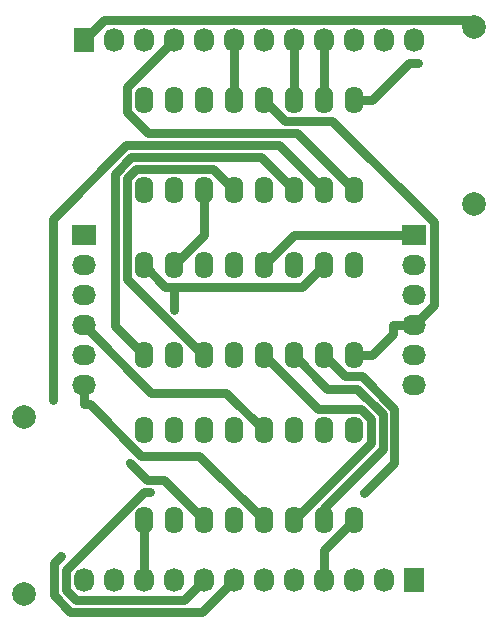
<source format=gtl>
G04 #@! TF.FileFunction,Copper,L1,Top,Signal*
%FSLAX46Y46*%
G04 Gerber Fmt 4.6, Leading zero omitted, Abs format (unit mm)*
G04 Created by KiCad (PCBNEW (2015-10-31 BZR 6288)-product) date Wednesday, November 04, 2015 'PMt' 06:10:35 PM*
%MOMM*%
G01*
G04 APERTURE LIST*
%ADD10C,0.100000*%
%ADD11O,1.600000X2.300000*%
%ADD12R,2.032000X1.727200*%
%ADD13O,2.032000X1.727200*%
%ADD14R,1.727200X2.032000*%
%ADD15O,1.727200X2.032000*%
%ADD16C,1.998980*%
%ADD17C,0.700000*%
%ADD18C,0.750000*%
G04 APERTURE END LIST*
D10*
D11*
X144780000Y-107950000D03*
X147320000Y-107950000D03*
X149860000Y-107950000D03*
X152400000Y-107950000D03*
X154940000Y-107950000D03*
X157480000Y-107950000D03*
X160020000Y-107950000D03*
X162560000Y-107950000D03*
X162560000Y-100330000D03*
X160020000Y-100330000D03*
X157480000Y-100330000D03*
X154940000Y-100330000D03*
X152400000Y-100330000D03*
X149860000Y-100330000D03*
X147320000Y-100330000D03*
X144780000Y-100330000D03*
D12*
X139700000Y-97790000D03*
D13*
X139700000Y-100330000D03*
X139700000Y-102870000D03*
X139700000Y-105410000D03*
X139700000Y-107950000D03*
X139700000Y-110490000D03*
D12*
X167640000Y-97790000D03*
D13*
X167640000Y-100330000D03*
X167640000Y-102870000D03*
X167640000Y-105410000D03*
X167640000Y-107950000D03*
X167640000Y-110490000D03*
D11*
X144780000Y-93980000D03*
X147320000Y-93980000D03*
X149860000Y-93980000D03*
X152400000Y-93980000D03*
X154940000Y-93980000D03*
X157480000Y-93980000D03*
X160020000Y-93980000D03*
X162560000Y-93980000D03*
X162560000Y-86360000D03*
X160020000Y-86360000D03*
X157480000Y-86360000D03*
X154940000Y-86360000D03*
X152400000Y-86360000D03*
X149860000Y-86360000D03*
X147320000Y-86360000D03*
X144780000Y-86360000D03*
X144780000Y-121920000D03*
X147320000Y-121920000D03*
X149860000Y-121920000D03*
X152400000Y-121920000D03*
X154940000Y-121920000D03*
X157480000Y-121920000D03*
X160020000Y-121920000D03*
X162560000Y-121920000D03*
X162560000Y-114300000D03*
X160020000Y-114300000D03*
X157480000Y-114300000D03*
X154940000Y-114300000D03*
X152400000Y-114300000D03*
X149860000Y-114300000D03*
X147320000Y-114300000D03*
X144780000Y-114300000D03*
D14*
X139700000Y-81280000D03*
D15*
X142240000Y-81280000D03*
X144780000Y-81280000D03*
X147320000Y-81280000D03*
X149860000Y-81280000D03*
X152400000Y-81280000D03*
X154940000Y-81280000D03*
X157480000Y-81280000D03*
X160020000Y-81280000D03*
X162560000Y-81280000D03*
X165100000Y-81280000D03*
X167640000Y-81280000D03*
D14*
X167640000Y-127000000D03*
D15*
X165100000Y-127000000D03*
X162560000Y-127000000D03*
X160020000Y-127000000D03*
X157480000Y-127000000D03*
X154940000Y-127000000D03*
X152400000Y-127000000D03*
X149860000Y-127000000D03*
X147320000Y-127000000D03*
X144780000Y-127000000D03*
X142240000Y-127000000D03*
X139700000Y-127000000D03*
D16*
X172720000Y-80130000D03*
X172720000Y-95130000D03*
X134620000Y-128150000D03*
X134620000Y-113150000D03*
D17*
X137063600Y-111744700D03*
X143591500Y-117052100D03*
X163445900Y-119650600D03*
X147372200Y-104137800D03*
X168010100Y-83230600D03*
X145349700Y-119537800D03*
X137758000Y-124921000D03*
D18*
X142329300Y-105499300D02*
X144780000Y-107950000D01*
X142329300Y-92593700D02*
X142329300Y-105499300D01*
X143730100Y-91192900D02*
X142329300Y-92593700D01*
X154692900Y-91192900D02*
X143730100Y-91192900D01*
X157480000Y-93980000D02*
X154692900Y-91192900D01*
X137063600Y-96444800D02*
X137063600Y-111744700D01*
X143315800Y-90192600D02*
X137063600Y-96444800D01*
X156232600Y-90192600D02*
X143315800Y-90192600D01*
X160020000Y-93980000D02*
X156232600Y-90192600D01*
X149769400Y-107950000D02*
X149860000Y-107950000D01*
X143342200Y-101522800D02*
X149769400Y-107950000D01*
X143342200Y-92995500D02*
X143342200Y-101522800D01*
X144138800Y-92198900D02*
X143342200Y-92995500D01*
X150618900Y-92198900D02*
X144138800Y-92198900D01*
X152400000Y-93980000D02*
X150618900Y-92198900D01*
X145076900Y-118537500D02*
X143591500Y-117052100D01*
X146477500Y-118537500D02*
X145076900Y-118537500D01*
X149860000Y-121920000D02*
X146477500Y-118537500D01*
X159514600Y-112524600D02*
X154940000Y-107950000D01*
X163181800Y-112524600D02*
X159514600Y-112524600D01*
X164001000Y-113343800D02*
X163181800Y-112524600D01*
X164001000Y-115399000D02*
X164001000Y-113343800D01*
X157480000Y-121920000D02*
X164001000Y-115399000D01*
X160020000Y-120926600D02*
X160020000Y-121920000D01*
X165016900Y-115929700D02*
X160020000Y-120926600D01*
X165016900Y-112913900D02*
X165016900Y-115929700D01*
X162884100Y-110781100D02*
X165016900Y-112913900D01*
X160311100Y-110781100D02*
X162884100Y-110781100D01*
X157480000Y-107950000D02*
X160311100Y-110781100D01*
X161815200Y-109745200D02*
X160020000Y-107950000D01*
X163262900Y-109745200D02*
X161815200Y-109745200D01*
X166017300Y-112499600D02*
X163262900Y-109745200D01*
X166017300Y-117079200D02*
X166017300Y-112499600D01*
X163445900Y-119650600D02*
X166017300Y-117079200D01*
X151765000Y-111125000D02*
X154940000Y-114300000D01*
X145415000Y-111125000D02*
X151765000Y-111125000D01*
X139700000Y-105410000D02*
X145415000Y-111125000D01*
X162560000Y-107950000D02*
X164110000Y-107950000D01*
X169324000Y-103726000D02*
X167640000Y-105410000D01*
X169324000Y-96710100D02*
X169324000Y-103726000D01*
X160749300Y-88135400D02*
X169324000Y-96710100D01*
X156715400Y-88135400D02*
X160749300Y-88135400D01*
X154940000Y-86360000D02*
X156715400Y-88135400D01*
X165874000Y-106186000D02*
X164110000Y-107950000D01*
X165874000Y-105410000D02*
X165874000Y-106186000D01*
X167640000Y-105410000D02*
X165874000Y-105410000D01*
X149472400Y-116452400D02*
X154940000Y-121920000D01*
X144566700Y-116452400D02*
X149472400Y-116452400D01*
X140217900Y-112103600D02*
X144566700Y-116452400D01*
X139700000Y-112103600D02*
X140217900Y-112103600D01*
X139700000Y-110490000D02*
X139700000Y-112103600D01*
X147372200Y-102153000D02*
X147372200Y-104137800D01*
X158197000Y-102153000D02*
X147372200Y-102153000D01*
X160020000Y-100330000D02*
X158197000Y-102153000D01*
X146603000Y-102153000D02*
X144780000Y-100330000D01*
X147372200Y-102153000D02*
X146603000Y-102153000D01*
X157480000Y-97790000D02*
X154940000Y-100330000D01*
X167640000Y-97790000D02*
X157480000Y-97790000D01*
X149860000Y-97790000D02*
X147320000Y-100330000D01*
X149860000Y-93980000D02*
X149860000Y-97790000D01*
X143342400Y-85257600D02*
X147320000Y-81280000D01*
X143342400Y-87347700D02*
X143342400Y-85257600D01*
X145175400Y-89180700D02*
X143342400Y-87347700D01*
X157760700Y-89180700D02*
X145175400Y-89180700D01*
X162560000Y-93980000D02*
X157760700Y-89180700D01*
X167239400Y-83230600D02*
X164110000Y-86360000D01*
X168010100Y-83230600D02*
X167239400Y-83230600D01*
X162560000Y-86360000D02*
X164110000Y-86360000D01*
X160020000Y-81280000D02*
X160020000Y-86360000D01*
X157480000Y-81280000D02*
X157480000Y-86360000D01*
X152400000Y-81280000D02*
X152400000Y-86360000D01*
X144780000Y-127000000D02*
X144780000Y-121920000D01*
X160020000Y-124460000D02*
X162560000Y-121920000D01*
X160020000Y-127000000D02*
X160020000Y-124460000D01*
X144787000Y-119537800D02*
X145349700Y-119537800D01*
X138180000Y-126144800D02*
X144787000Y-119537800D01*
X138180000Y-127807500D02*
X138180000Y-126144800D01*
X139022400Y-128649900D02*
X138180000Y-127807500D01*
X148210100Y-128649900D02*
X139022400Y-128649900D01*
X149860000Y-127000000D02*
X148210100Y-128649900D01*
X137157300Y-125521700D02*
X137758000Y-124921000D01*
X137157300Y-128252800D02*
X137157300Y-125521700D01*
X138564300Y-129659800D02*
X137157300Y-128252800D01*
X149740200Y-129659800D02*
X138564300Y-129659800D01*
X152400000Y-127000000D02*
X149740200Y-129659800D01*
X141410800Y-79569200D02*
X139700000Y-81280000D01*
X172159200Y-79569200D02*
X141410800Y-79569200D01*
X172720000Y-80130000D02*
X172159200Y-79569200D01*
M02*

</source>
